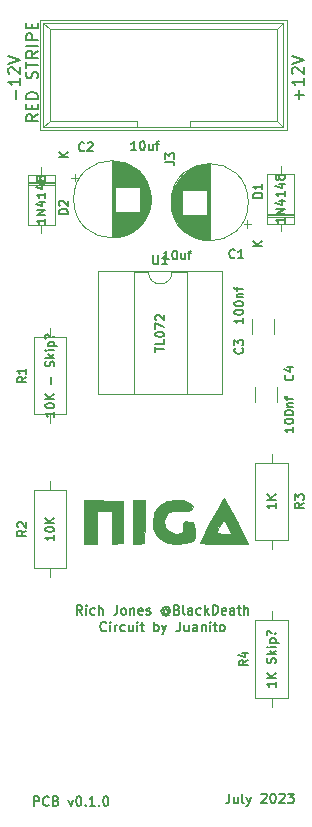
<source format=gbr>
%TF.GenerationSoftware,KiCad,Pcbnew,(5.1.12-1-10_14)*%
%TF.CreationDate,2023-08-05T21:53:33+02:00*%
%TF.ProjectId,niga,6e696761-2e6b-4696-9361-645f70636258,rev?*%
%TF.SameCoordinates,Original*%
%TF.FileFunction,Legend,Top*%
%TF.FilePolarity,Positive*%
%FSLAX46Y46*%
G04 Gerber Fmt 4.6, Leading zero omitted, Abs format (unit mm)*
G04 Created by KiCad (PCBNEW (5.1.12-1-10_14)) date 2023-08-05 21:53:33*
%MOMM*%
%LPD*%
G01*
G04 APERTURE LIST*
%ADD10C,0.200000*%
%ADD11C,0.010000*%
%ADD12C,0.120000*%
%ADD13C,0.150000*%
G04 APERTURE END LIST*
D10*
X201857142Y-117361904D02*
X201857142Y-116561904D01*
X202161904Y-116561904D01*
X202238095Y-116600000D01*
X202276190Y-116638095D01*
X202314285Y-116714285D01*
X202314285Y-116828571D01*
X202276190Y-116904761D01*
X202238095Y-116942857D01*
X202161904Y-116980952D01*
X201857142Y-116980952D01*
X203114285Y-117285714D02*
X203076190Y-117323809D01*
X202961904Y-117361904D01*
X202885714Y-117361904D01*
X202771428Y-117323809D01*
X202695238Y-117247619D01*
X202657142Y-117171428D01*
X202619047Y-117019047D01*
X202619047Y-116904761D01*
X202657142Y-116752380D01*
X202695238Y-116676190D01*
X202771428Y-116600000D01*
X202885714Y-116561904D01*
X202961904Y-116561904D01*
X203076190Y-116600000D01*
X203114285Y-116638095D01*
X203723809Y-116942857D02*
X203838095Y-116980952D01*
X203876190Y-117019047D01*
X203914285Y-117095238D01*
X203914285Y-117209523D01*
X203876190Y-117285714D01*
X203838095Y-117323809D01*
X203761904Y-117361904D01*
X203457142Y-117361904D01*
X203457142Y-116561904D01*
X203723809Y-116561904D01*
X203800000Y-116600000D01*
X203838095Y-116638095D01*
X203876190Y-116714285D01*
X203876190Y-116790476D01*
X203838095Y-116866666D01*
X203800000Y-116904761D01*
X203723809Y-116942857D01*
X203457142Y-116942857D01*
X204790476Y-116828571D02*
X204980952Y-117361904D01*
X205171428Y-116828571D01*
X205628571Y-116561904D02*
X205704761Y-116561904D01*
X205780952Y-116600000D01*
X205819047Y-116638095D01*
X205857142Y-116714285D01*
X205895238Y-116866666D01*
X205895238Y-117057142D01*
X205857142Y-117209523D01*
X205819047Y-117285714D01*
X205780952Y-117323809D01*
X205704761Y-117361904D01*
X205628571Y-117361904D01*
X205552380Y-117323809D01*
X205514285Y-117285714D01*
X205476190Y-117209523D01*
X205438095Y-117057142D01*
X205438095Y-116866666D01*
X205476190Y-116714285D01*
X205514285Y-116638095D01*
X205552380Y-116600000D01*
X205628571Y-116561904D01*
X206238095Y-117285714D02*
X206276190Y-117323809D01*
X206238095Y-117361904D01*
X206200000Y-117323809D01*
X206238095Y-117285714D01*
X206238095Y-117361904D01*
X207038095Y-117361904D02*
X206580952Y-117361904D01*
X206809523Y-117361904D02*
X206809523Y-116561904D01*
X206733333Y-116676190D01*
X206657142Y-116752380D01*
X206580952Y-116790476D01*
X207380952Y-117285714D02*
X207419047Y-117323809D01*
X207380952Y-117361904D01*
X207342857Y-117323809D01*
X207380952Y-117285714D01*
X207380952Y-117361904D01*
X207914285Y-116561904D02*
X207990476Y-116561904D01*
X208066666Y-116600000D01*
X208104761Y-116638095D01*
X208142857Y-116714285D01*
X208180952Y-116866666D01*
X208180952Y-117057142D01*
X208142857Y-117209523D01*
X208104761Y-117285714D01*
X208066666Y-117323809D01*
X207990476Y-117361904D01*
X207914285Y-117361904D01*
X207838095Y-117323809D01*
X207800000Y-117285714D01*
X207761904Y-117209523D01*
X207723809Y-117057142D01*
X207723809Y-116866666D01*
X207761904Y-116714285D01*
X207800000Y-116638095D01*
X207838095Y-116600000D01*
X207914285Y-116561904D01*
X218409523Y-116311904D02*
X218409523Y-116883333D01*
X218371428Y-116997619D01*
X218295238Y-117073809D01*
X218180952Y-117111904D01*
X218104761Y-117111904D01*
X219133333Y-116578571D02*
X219133333Y-117111904D01*
X218790476Y-116578571D02*
X218790476Y-116997619D01*
X218828571Y-117073809D01*
X218904761Y-117111904D01*
X219019047Y-117111904D01*
X219095238Y-117073809D01*
X219133333Y-117035714D01*
X219628571Y-117111904D02*
X219552380Y-117073809D01*
X219514285Y-116997619D01*
X219514285Y-116311904D01*
X219857142Y-116578571D02*
X220047619Y-117111904D01*
X220238095Y-116578571D02*
X220047619Y-117111904D01*
X219971428Y-117302380D01*
X219933333Y-117340476D01*
X219857142Y-117378571D01*
X221114285Y-116388095D02*
X221152380Y-116350000D01*
X221228571Y-116311904D01*
X221419047Y-116311904D01*
X221495238Y-116350000D01*
X221533333Y-116388095D01*
X221571428Y-116464285D01*
X221571428Y-116540476D01*
X221533333Y-116654761D01*
X221076190Y-117111904D01*
X221571428Y-117111904D01*
X222066666Y-116311904D02*
X222142857Y-116311904D01*
X222219047Y-116350000D01*
X222257142Y-116388095D01*
X222295238Y-116464285D01*
X222333333Y-116616666D01*
X222333333Y-116807142D01*
X222295238Y-116959523D01*
X222257142Y-117035714D01*
X222219047Y-117073809D01*
X222142857Y-117111904D01*
X222066666Y-117111904D01*
X221990476Y-117073809D01*
X221952380Y-117035714D01*
X221914285Y-116959523D01*
X221876190Y-116807142D01*
X221876190Y-116616666D01*
X221914285Y-116464285D01*
X221952380Y-116388095D01*
X221990476Y-116350000D01*
X222066666Y-116311904D01*
X222638095Y-116388095D02*
X222676190Y-116350000D01*
X222752380Y-116311904D01*
X222942857Y-116311904D01*
X223019047Y-116350000D01*
X223057142Y-116388095D01*
X223095238Y-116464285D01*
X223095238Y-116540476D01*
X223057142Y-116654761D01*
X222600000Y-117111904D01*
X223095238Y-117111904D01*
X223361904Y-116311904D02*
X223857142Y-116311904D01*
X223590476Y-116616666D01*
X223704761Y-116616666D01*
X223780952Y-116654761D01*
X223819047Y-116692857D01*
X223857142Y-116769047D01*
X223857142Y-116959523D01*
X223819047Y-117035714D01*
X223780952Y-117073809D01*
X223704761Y-117111904D01*
X223476190Y-117111904D01*
X223400000Y-117073809D01*
X223361904Y-117035714D01*
X205950000Y-101161904D02*
X205683333Y-100780952D01*
X205492857Y-101161904D02*
X205492857Y-100361904D01*
X205797619Y-100361904D01*
X205873809Y-100400000D01*
X205911904Y-100438095D01*
X205950000Y-100514285D01*
X205950000Y-100628571D01*
X205911904Y-100704761D01*
X205873809Y-100742857D01*
X205797619Y-100780952D01*
X205492857Y-100780952D01*
X206292857Y-101161904D02*
X206292857Y-100628571D01*
X206292857Y-100361904D02*
X206254761Y-100400000D01*
X206292857Y-100438095D01*
X206330952Y-100400000D01*
X206292857Y-100361904D01*
X206292857Y-100438095D01*
X207016666Y-101123809D02*
X206940476Y-101161904D01*
X206788095Y-101161904D01*
X206711904Y-101123809D01*
X206673809Y-101085714D01*
X206635714Y-101009523D01*
X206635714Y-100780952D01*
X206673809Y-100704761D01*
X206711904Y-100666666D01*
X206788095Y-100628571D01*
X206940476Y-100628571D01*
X207016666Y-100666666D01*
X207359523Y-101161904D02*
X207359523Y-100361904D01*
X207702380Y-101161904D02*
X207702380Y-100742857D01*
X207664285Y-100666666D01*
X207588095Y-100628571D01*
X207473809Y-100628571D01*
X207397619Y-100666666D01*
X207359523Y-100704761D01*
X208921428Y-100361904D02*
X208921428Y-100933333D01*
X208883333Y-101047619D01*
X208807142Y-101123809D01*
X208692857Y-101161904D01*
X208616666Y-101161904D01*
X209416666Y-101161904D02*
X209340476Y-101123809D01*
X209302380Y-101085714D01*
X209264285Y-101009523D01*
X209264285Y-100780952D01*
X209302380Y-100704761D01*
X209340476Y-100666666D01*
X209416666Y-100628571D01*
X209530952Y-100628571D01*
X209607142Y-100666666D01*
X209645238Y-100704761D01*
X209683333Y-100780952D01*
X209683333Y-101009523D01*
X209645238Y-101085714D01*
X209607142Y-101123809D01*
X209530952Y-101161904D01*
X209416666Y-101161904D01*
X210026190Y-100628571D02*
X210026190Y-101161904D01*
X210026190Y-100704761D02*
X210064285Y-100666666D01*
X210140476Y-100628571D01*
X210254761Y-100628571D01*
X210330952Y-100666666D01*
X210369047Y-100742857D01*
X210369047Y-101161904D01*
X211054761Y-101123809D02*
X210978571Y-101161904D01*
X210826190Y-101161904D01*
X210750000Y-101123809D01*
X210711904Y-101047619D01*
X210711904Y-100742857D01*
X210750000Y-100666666D01*
X210826190Y-100628571D01*
X210978571Y-100628571D01*
X211054761Y-100666666D01*
X211092857Y-100742857D01*
X211092857Y-100819047D01*
X210711904Y-100895238D01*
X211397619Y-101123809D02*
X211473809Y-101161904D01*
X211626190Y-101161904D01*
X211702380Y-101123809D01*
X211740476Y-101047619D01*
X211740476Y-101009523D01*
X211702380Y-100933333D01*
X211626190Y-100895238D01*
X211511904Y-100895238D01*
X211435714Y-100857142D01*
X211397619Y-100780952D01*
X211397619Y-100742857D01*
X211435714Y-100666666D01*
X211511904Y-100628571D01*
X211626190Y-100628571D01*
X211702380Y-100666666D01*
X213188095Y-100780952D02*
X213150000Y-100742857D01*
X213073809Y-100704761D01*
X212997619Y-100704761D01*
X212921428Y-100742857D01*
X212883333Y-100780952D01*
X212845238Y-100857142D01*
X212845238Y-100933333D01*
X212883333Y-101009523D01*
X212921428Y-101047619D01*
X212997619Y-101085714D01*
X213073809Y-101085714D01*
X213150000Y-101047619D01*
X213188095Y-101009523D01*
X213188095Y-100704761D02*
X213188095Y-101009523D01*
X213226190Y-101047619D01*
X213264285Y-101047619D01*
X213340476Y-101009523D01*
X213378571Y-100933333D01*
X213378571Y-100742857D01*
X213302380Y-100628571D01*
X213188095Y-100552380D01*
X213035714Y-100514285D01*
X212883333Y-100552380D01*
X212769047Y-100628571D01*
X212692857Y-100742857D01*
X212654761Y-100895238D01*
X212692857Y-101047619D01*
X212769047Y-101161904D01*
X212883333Y-101238095D01*
X213035714Y-101276190D01*
X213188095Y-101238095D01*
X213302380Y-101161904D01*
X213988095Y-100742857D02*
X214102380Y-100780952D01*
X214140476Y-100819047D01*
X214178571Y-100895238D01*
X214178571Y-101009523D01*
X214140476Y-101085714D01*
X214102380Y-101123809D01*
X214026190Y-101161904D01*
X213721428Y-101161904D01*
X213721428Y-100361904D01*
X213988095Y-100361904D01*
X214064285Y-100400000D01*
X214102380Y-100438095D01*
X214140476Y-100514285D01*
X214140476Y-100590476D01*
X214102380Y-100666666D01*
X214064285Y-100704761D01*
X213988095Y-100742857D01*
X213721428Y-100742857D01*
X214635714Y-101161904D02*
X214559523Y-101123809D01*
X214521428Y-101047619D01*
X214521428Y-100361904D01*
X215283333Y-101161904D02*
X215283333Y-100742857D01*
X215245238Y-100666666D01*
X215169047Y-100628571D01*
X215016666Y-100628571D01*
X214940476Y-100666666D01*
X215283333Y-101123809D02*
X215207142Y-101161904D01*
X215016666Y-101161904D01*
X214940476Y-101123809D01*
X214902380Y-101047619D01*
X214902380Y-100971428D01*
X214940476Y-100895238D01*
X215016666Y-100857142D01*
X215207142Y-100857142D01*
X215283333Y-100819047D01*
X216007142Y-101123809D02*
X215930952Y-101161904D01*
X215778571Y-101161904D01*
X215702380Y-101123809D01*
X215664285Y-101085714D01*
X215626190Y-101009523D01*
X215626190Y-100780952D01*
X215664285Y-100704761D01*
X215702380Y-100666666D01*
X215778571Y-100628571D01*
X215930952Y-100628571D01*
X216007142Y-100666666D01*
X216350000Y-101161904D02*
X216350000Y-100361904D01*
X216426190Y-100857142D02*
X216654761Y-101161904D01*
X216654761Y-100628571D02*
X216350000Y-100933333D01*
X216997619Y-101161904D02*
X216997619Y-100361904D01*
X217188095Y-100361904D01*
X217302380Y-100400000D01*
X217378571Y-100476190D01*
X217416666Y-100552380D01*
X217454761Y-100704761D01*
X217454761Y-100819047D01*
X217416666Y-100971428D01*
X217378571Y-101047619D01*
X217302380Y-101123809D01*
X217188095Y-101161904D01*
X216997619Y-101161904D01*
X218102380Y-101123809D02*
X218026190Y-101161904D01*
X217873809Y-101161904D01*
X217797619Y-101123809D01*
X217759523Y-101047619D01*
X217759523Y-100742857D01*
X217797619Y-100666666D01*
X217873809Y-100628571D01*
X218026190Y-100628571D01*
X218102380Y-100666666D01*
X218140476Y-100742857D01*
X218140476Y-100819047D01*
X217759523Y-100895238D01*
X218826190Y-101161904D02*
X218826190Y-100742857D01*
X218788095Y-100666666D01*
X218711904Y-100628571D01*
X218559523Y-100628571D01*
X218483333Y-100666666D01*
X218826190Y-101123809D02*
X218750000Y-101161904D01*
X218559523Y-101161904D01*
X218483333Y-101123809D01*
X218445238Y-101047619D01*
X218445238Y-100971428D01*
X218483333Y-100895238D01*
X218559523Y-100857142D01*
X218750000Y-100857142D01*
X218826190Y-100819047D01*
X219092857Y-100628571D02*
X219397619Y-100628571D01*
X219207142Y-100361904D02*
X219207142Y-101047619D01*
X219245238Y-101123809D01*
X219321428Y-101161904D01*
X219397619Y-101161904D01*
X219664285Y-101161904D02*
X219664285Y-100361904D01*
X220007142Y-101161904D02*
X220007142Y-100742857D01*
X219969047Y-100666666D01*
X219892857Y-100628571D01*
X219778571Y-100628571D01*
X219702380Y-100666666D01*
X219664285Y-100704761D01*
X207988095Y-102485714D02*
X207950000Y-102523809D01*
X207835714Y-102561904D01*
X207759523Y-102561904D01*
X207645238Y-102523809D01*
X207569047Y-102447619D01*
X207530952Y-102371428D01*
X207492857Y-102219047D01*
X207492857Y-102104761D01*
X207530952Y-101952380D01*
X207569047Y-101876190D01*
X207645238Y-101800000D01*
X207759523Y-101761904D01*
X207835714Y-101761904D01*
X207950000Y-101800000D01*
X207988095Y-101838095D01*
X208330952Y-102561904D02*
X208330952Y-102028571D01*
X208330952Y-101761904D02*
X208292857Y-101800000D01*
X208330952Y-101838095D01*
X208369047Y-101800000D01*
X208330952Y-101761904D01*
X208330952Y-101838095D01*
X208711904Y-102561904D02*
X208711904Y-102028571D01*
X208711904Y-102180952D02*
X208750000Y-102104761D01*
X208788095Y-102066666D01*
X208864285Y-102028571D01*
X208940476Y-102028571D01*
X209550000Y-102523809D02*
X209473809Y-102561904D01*
X209321428Y-102561904D01*
X209245238Y-102523809D01*
X209207142Y-102485714D01*
X209169047Y-102409523D01*
X209169047Y-102180952D01*
X209207142Y-102104761D01*
X209245238Y-102066666D01*
X209321428Y-102028571D01*
X209473809Y-102028571D01*
X209550000Y-102066666D01*
X210235714Y-102028571D02*
X210235714Y-102561904D01*
X209892857Y-102028571D02*
X209892857Y-102447619D01*
X209930952Y-102523809D01*
X210007142Y-102561904D01*
X210121428Y-102561904D01*
X210197619Y-102523809D01*
X210235714Y-102485714D01*
X210616666Y-102561904D02*
X210616666Y-102028571D01*
X210616666Y-101761904D02*
X210578571Y-101800000D01*
X210616666Y-101838095D01*
X210654761Y-101800000D01*
X210616666Y-101761904D01*
X210616666Y-101838095D01*
X210883333Y-102028571D02*
X211188095Y-102028571D01*
X210997619Y-101761904D02*
X210997619Y-102447619D01*
X211035714Y-102523809D01*
X211111904Y-102561904D01*
X211188095Y-102561904D01*
X212064285Y-102561904D02*
X212064285Y-101761904D01*
X212064285Y-102066666D02*
X212140476Y-102028571D01*
X212292857Y-102028571D01*
X212369047Y-102066666D01*
X212407142Y-102104761D01*
X212445238Y-102180952D01*
X212445238Y-102409523D01*
X212407142Y-102485714D01*
X212369047Y-102523809D01*
X212292857Y-102561904D01*
X212140476Y-102561904D01*
X212064285Y-102523809D01*
X212711904Y-102028571D02*
X212902380Y-102561904D01*
X213092857Y-102028571D02*
X212902380Y-102561904D01*
X212826190Y-102752380D01*
X212788095Y-102790476D01*
X212711904Y-102828571D01*
X214235714Y-101761904D02*
X214235714Y-102333333D01*
X214197619Y-102447619D01*
X214121428Y-102523809D01*
X214007142Y-102561904D01*
X213930952Y-102561904D01*
X214959523Y-102028571D02*
X214959523Y-102561904D01*
X214616666Y-102028571D02*
X214616666Y-102447619D01*
X214654761Y-102523809D01*
X214730952Y-102561904D01*
X214845238Y-102561904D01*
X214921428Y-102523809D01*
X214959523Y-102485714D01*
X215683333Y-102561904D02*
X215683333Y-102142857D01*
X215645238Y-102066666D01*
X215569047Y-102028571D01*
X215416666Y-102028571D01*
X215340476Y-102066666D01*
X215683333Y-102523809D02*
X215607142Y-102561904D01*
X215416666Y-102561904D01*
X215340476Y-102523809D01*
X215302380Y-102447619D01*
X215302380Y-102371428D01*
X215340476Y-102295238D01*
X215416666Y-102257142D01*
X215607142Y-102257142D01*
X215683333Y-102219047D01*
X216064285Y-102028571D02*
X216064285Y-102561904D01*
X216064285Y-102104761D02*
X216102380Y-102066666D01*
X216178571Y-102028571D01*
X216292857Y-102028571D01*
X216369047Y-102066666D01*
X216407142Y-102142857D01*
X216407142Y-102561904D01*
X216788095Y-102561904D02*
X216788095Y-102028571D01*
X216788095Y-101761904D02*
X216750000Y-101800000D01*
X216788095Y-101838095D01*
X216826190Y-101800000D01*
X216788095Y-101761904D01*
X216788095Y-101838095D01*
X217054761Y-102028571D02*
X217359523Y-102028571D01*
X217169047Y-101761904D02*
X217169047Y-102447619D01*
X217207142Y-102523809D01*
X217283333Y-102561904D01*
X217359523Y-102561904D01*
X217740476Y-102561904D02*
X217664285Y-102523809D01*
X217626190Y-102485714D01*
X217588095Y-102409523D01*
X217588095Y-102180952D01*
X217626190Y-102104761D01*
X217664285Y-102066666D01*
X217740476Y-102028571D01*
X217854761Y-102028571D01*
X217930952Y-102066666D01*
X217969047Y-102104761D01*
X218007142Y-102180952D01*
X218007142Y-102409523D01*
X217969047Y-102485714D01*
X217930952Y-102523809D01*
X217854761Y-102561904D01*
X217740476Y-102561904D01*
D11*
%TO.C,G\u002A\u002A\u002A*%
G36*
X218064736Y-91445387D02*
G01*
X218295871Y-91852454D01*
X218617291Y-92456404D01*
X218995757Y-93196289D01*
X219022727Y-93250000D01*
X220002618Y-95203847D01*
X217943675Y-95203847D01*
X217143361Y-95193176D01*
X216499024Y-95164148D01*
X216077768Y-95121236D01*
X215945738Y-95070630D01*
X216162103Y-94622075D01*
X216366834Y-94218103D01*
X217335314Y-94218103D01*
X217491741Y-94282482D01*
X217876667Y-94314835D01*
X217961554Y-94315735D01*
X218587794Y-94315735D01*
X218294209Y-93738462D01*
X218087866Y-93343549D01*
X217957802Y-93114448D01*
X217947500Y-93100277D01*
X217847019Y-93196975D01*
X217667612Y-93487620D01*
X217479610Y-93843791D01*
X217353343Y-94137067D01*
X217335314Y-94218103D01*
X216366834Y-94218103D01*
X216465325Y-94023765D01*
X216816757Y-93348219D01*
X217177754Y-92667961D01*
X217509668Y-92055513D01*
X217773852Y-91583397D01*
X217931662Y-91324135D01*
X217957128Y-91296154D01*
X218064736Y-91445387D01*
G37*
X218064736Y-91445387D02*
X218295871Y-91852454D01*
X218617291Y-92456404D01*
X218995757Y-93196289D01*
X219022727Y-93250000D01*
X220002618Y-95203847D01*
X217943675Y-95203847D01*
X217143361Y-95193176D01*
X216499024Y-95164148D01*
X216077768Y-95121236D01*
X215945738Y-95070630D01*
X216162103Y-94622075D01*
X216366834Y-94218103D01*
X217335314Y-94218103D01*
X217491741Y-94282482D01*
X217876667Y-94314835D01*
X217961554Y-94315735D01*
X218587794Y-94315735D01*
X218294209Y-93738462D01*
X218087866Y-93343549D01*
X217957802Y-93114448D01*
X217947500Y-93100277D01*
X217847019Y-93196975D01*
X217667612Y-93487620D01*
X217479610Y-93843791D01*
X217353343Y-94137067D01*
X217335314Y-94218103D01*
X216366834Y-94218103D01*
X216465325Y-94023765D01*
X216816757Y-93348219D01*
X217177754Y-92667961D01*
X217509668Y-92055513D01*
X217773852Y-91583397D01*
X217931662Y-91324135D01*
X217957128Y-91296154D01*
X218064736Y-91445387D01*
G36*
X214470668Y-91490870D02*
G01*
X215074101Y-91689195D01*
X215326899Y-91939075D01*
X215230053Y-92241494D01*
X215228513Y-92243355D01*
X214935404Y-92403804D01*
X214400373Y-92421611D01*
X214195972Y-92402292D01*
X213643790Y-92372299D01*
X213317278Y-92458397D01*
X213133568Y-92636058D01*
X212901924Y-93193684D01*
X212974279Y-93717743D01*
X213306323Y-94119592D01*
X213853749Y-94310588D01*
X213973176Y-94315735D01*
X214339192Y-94271719D01*
X214476253Y-94064866D01*
X214493356Y-93771069D01*
X214529872Y-93393973D01*
X214705911Y-93270150D01*
X214981818Y-93282608D01*
X215300191Y-93361953D01*
X215454774Y-93574214D01*
X215520784Y-94027552D01*
X215523313Y-94061265D01*
X215526872Y-94546587D01*
X215405307Y-94815495D01*
X215115305Y-94993782D01*
X214641871Y-95127213D01*
X214033746Y-95199564D01*
X213866123Y-95203847D01*
X213230203Y-95133815D01*
X212721884Y-94870949D01*
X212497907Y-94685550D01*
X212117118Y-94282741D01*
X211950775Y-93872394D01*
X211917832Y-93367692D01*
X212071968Y-92571196D01*
X212497075Y-91954831D01*
X213137197Y-91559733D01*
X213936380Y-91427040D01*
X214470668Y-91490870D01*
G37*
X214470668Y-91490870D02*
X215074101Y-91689195D01*
X215326899Y-91939075D01*
X215230053Y-92241494D01*
X215228513Y-92243355D01*
X214935404Y-92403804D01*
X214400373Y-92421611D01*
X214195972Y-92402292D01*
X213643790Y-92372299D01*
X213317278Y-92458397D01*
X213133568Y-92636058D01*
X212901924Y-93193684D01*
X212974279Y-93717743D01*
X213306323Y-94119592D01*
X213853749Y-94310588D01*
X213973176Y-94315735D01*
X214339192Y-94271719D01*
X214476253Y-94064866D01*
X214493356Y-93771069D01*
X214529872Y-93393973D01*
X214705911Y-93270150D01*
X214981818Y-93282608D01*
X215300191Y-93361953D01*
X215454774Y-93574214D01*
X215520784Y-94027552D01*
X215523313Y-94061265D01*
X215526872Y-94546587D01*
X215405307Y-94815495D01*
X215115305Y-94993782D01*
X214641871Y-95127213D01*
X214033746Y-95199564D01*
X213866123Y-95203847D01*
X213230203Y-95133815D01*
X212721884Y-94870949D01*
X212497907Y-94685550D01*
X212117118Y-94282741D01*
X211950775Y-93872394D01*
X211917832Y-93367692D01*
X212071968Y-92571196D01*
X212497075Y-91954831D01*
X213137197Y-91559733D01*
X213936380Y-91427040D01*
X214470668Y-91490870D01*
G36*
X211257962Y-93294406D02*
G01*
X211207342Y-95115035D01*
X210718881Y-95171239D01*
X210230419Y-95227443D01*
X210230419Y-91473777D01*
X211308581Y-91473777D01*
X211257962Y-93294406D01*
G37*
X211257962Y-93294406D02*
X211207342Y-95115035D01*
X210718881Y-95171239D01*
X210230419Y-95227443D01*
X210230419Y-91473777D01*
X211308581Y-91473777D01*
X211257962Y-93294406D01*
G36*
X209431119Y-91562588D02*
G01*
X209431119Y-95115035D01*
X208454195Y-95227443D01*
X208454195Y-92361889D01*
X207210839Y-92361889D01*
X207210839Y-95203847D01*
X206145105Y-95203847D01*
X206145105Y-91460446D01*
X209431119Y-91562588D01*
G37*
X209431119Y-91562588D02*
X209431119Y-95115035D01*
X208454195Y-95227443D01*
X208454195Y-92361889D01*
X207210839Y-92361889D01*
X207210839Y-95203847D01*
X206145105Y-95203847D01*
X206145105Y-91460446D01*
X209431119Y-91562588D01*
D12*
%TO.C,C1*%
X219935241Y-68404000D02*
X219935241Y-67774000D01*
X220250241Y-68089000D02*
X219620241Y-68089000D01*
X213509000Y-66652000D02*
X213509000Y-65848000D01*
X213549000Y-66883000D02*
X213549000Y-65617000D01*
X213589000Y-67052000D02*
X213589000Y-65448000D01*
X213629000Y-67190000D02*
X213629000Y-65310000D01*
X213669000Y-67309000D02*
X213669000Y-65191000D01*
X213709000Y-67415000D02*
X213709000Y-65085000D01*
X213749000Y-67512000D02*
X213749000Y-64988000D01*
X213789000Y-67600000D02*
X213789000Y-64900000D01*
X213829000Y-67682000D02*
X213829000Y-64818000D01*
X213869000Y-67759000D02*
X213869000Y-64741000D01*
X213909000Y-67831000D02*
X213909000Y-64669000D01*
X213949000Y-67900000D02*
X213949000Y-64600000D01*
X213989000Y-67964000D02*
X213989000Y-64536000D01*
X214029000Y-68026000D02*
X214029000Y-64474000D01*
X214069000Y-68084000D02*
X214069000Y-64416000D01*
X214109000Y-68140000D02*
X214109000Y-64360000D01*
X214149000Y-68194000D02*
X214149000Y-64306000D01*
X214189000Y-68245000D02*
X214189000Y-64255000D01*
X214229000Y-68294000D02*
X214229000Y-64206000D01*
X214269000Y-68342000D02*
X214269000Y-64158000D01*
X214309000Y-68387000D02*
X214309000Y-64113000D01*
X214349000Y-68432000D02*
X214349000Y-64068000D01*
X214389000Y-68474000D02*
X214389000Y-64026000D01*
X214429000Y-68515000D02*
X214429000Y-63985000D01*
X214469000Y-65210000D02*
X214469000Y-63945000D01*
X214469000Y-68555000D02*
X214469000Y-67290000D01*
X214509000Y-65210000D02*
X214509000Y-63907000D01*
X214509000Y-68593000D02*
X214509000Y-67290000D01*
X214549000Y-65210000D02*
X214549000Y-63870000D01*
X214549000Y-68630000D02*
X214549000Y-67290000D01*
X214589000Y-65210000D02*
X214589000Y-63834000D01*
X214589000Y-68666000D02*
X214589000Y-67290000D01*
X214629000Y-65210000D02*
X214629000Y-63800000D01*
X214629000Y-68700000D02*
X214629000Y-67290000D01*
X214669000Y-65210000D02*
X214669000Y-63766000D01*
X214669000Y-68734000D02*
X214669000Y-67290000D01*
X214709000Y-65210000D02*
X214709000Y-63734000D01*
X214709000Y-68766000D02*
X214709000Y-67290000D01*
X214749000Y-65210000D02*
X214749000Y-63702000D01*
X214749000Y-68798000D02*
X214749000Y-67290000D01*
X214789000Y-65210000D02*
X214789000Y-63672000D01*
X214789000Y-68828000D02*
X214789000Y-67290000D01*
X214829000Y-65210000D02*
X214829000Y-63643000D01*
X214829000Y-68857000D02*
X214829000Y-67290000D01*
X214869000Y-65210000D02*
X214869000Y-63614000D01*
X214869000Y-68886000D02*
X214869000Y-67290000D01*
X214909000Y-65210000D02*
X214909000Y-63586000D01*
X214909000Y-68914000D02*
X214909000Y-67290000D01*
X214949000Y-65210000D02*
X214949000Y-63560000D01*
X214949000Y-68940000D02*
X214949000Y-67290000D01*
X214989000Y-65210000D02*
X214989000Y-63534000D01*
X214989000Y-68966000D02*
X214989000Y-67290000D01*
X215029000Y-65210000D02*
X215029000Y-63508000D01*
X215029000Y-68992000D02*
X215029000Y-67290000D01*
X215069000Y-65210000D02*
X215069000Y-63484000D01*
X215069000Y-69016000D02*
X215069000Y-67290000D01*
X215109000Y-65210000D02*
X215109000Y-63460000D01*
X215109000Y-69040000D02*
X215109000Y-67290000D01*
X215149000Y-65210000D02*
X215149000Y-63438000D01*
X215149000Y-69062000D02*
X215149000Y-67290000D01*
X215189000Y-65210000D02*
X215189000Y-63416000D01*
X215189000Y-69084000D02*
X215189000Y-67290000D01*
X215229000Y-65210000D02*
X215229000Y-63394000D01*
X215229000Y-69106000D02*
X215229000Y-67290000D01*
X215269000Y-65210000D02*
X215269000Y-63374000D01*
X215269000Y-69126000D02*
X215269000Y-67290000D01*
X215309000Y-65210000D02*
X215309000Y-63354000D01*
X215309000Y-69146000D02*
X215309000Y-67290000D01*
X215349000Y-65210000D02*
X215349000Y-63334000D01*
X215349000Y-69166000D02*
X215349000Y-67290000D01*
X215389000Y-65210000D02*
X215389000Y-63316000D01*
X215389000Y-69184000D02*
X215389000Y-67290000D01*
X215429000Y-65210000D02*
X215429000Y-63298000D01*
X215429000Y-69202000D02*
X215429000Y-67290000D01*
X215469000Y-65210000D02*
X215469000Y-63280000D01*
X215469000Y-69220000D02*
X215469000Y-67290000D01*
X215509000Y-65210000D02*
X215509000Y-63264000D01*
X215509000Y-69236000D02*
X215509000Y-67290000D01*
X215549000Y-65210000D02*
X215549000Y-63248000D01*
X215549000Y-69252000D02*
X215549000Y-67290000D01*
X215589000Y-65210000D02*
X215589000Y-63232000D01*
X215589000Y-69268000D02*
X215589000Y-67290000D01*
X215629000Y-65210000D02*
X215629000Y-63217000D01*
X215629000Y-69283000D02*
X215629000Y-67290000D01*
X215669000Y-65210000D02*
X215669000Y-63203000D01*
X215669000Y-69297000D02*
X215669000Y-67290000D01*
X215709000Y-65210000D02*
X215709000Y-63189000D01*
X215709000Y-69311000D02*
X215709000Y-67290000D01*
X215749000Y-65210000D02*
X215749000Y-63176000D01*
X215749000Y-69324000D02*
X215749000Y-67290000D01*
X215789000Y-65210000D02*
X215789000Y-63164000D01*
X215789000Y-69336000D02*
X215789000Y-67290000D01*
X215829000Y-65210000D02*
X215829000Y-63152000D01*
X215829000Y-69348000D02*
X215829000Y-67290000D01*
X215869000Y-65210000D02*
X215869000Y-63140000D01*
X215869000Y-69360000D02*
X215869000Y-67290000D01*
X215909000Y-65210000D02*
X215909000Y-63129000D01*
X215909000Y-69371000D02*
X215909000Y-67290000D01*
X215949000Y-65210000D02*
X215949000Y-63119000D01*
X215949000Y-69381000D02*
X215949000Y-67290000D01*
X215989000Y-65210000D02*
X215989000Y-63109000D01*
X215989000Y-69391000D02*
X215989000Y-67290000D01*
X216029000Y-65210000D02*
X216029000Y-63100000D01*
X216029000Y-69400000D02*
X216029000Y-67290000D01*
X216070000Y-65210000D02*
X216070000Y-63091000D01*
X216070000Y-69409000D02*
X216070000Y-67290000D01*
X216110000Y-65210000D02*
X216110000Y-63083000D01*
X216110000Y-69417000D02*
X216110000Y-67290000D01*
X216150000Y-65210000D02*
X216150000Y-63075000D01*
X216150000Y-69425000D02*
X216150000Y-67290000D01*
X216190000Y-65210000D02*
X216190000Y-63068000D01*
X216190000Y-69432000D02*
X216190000Y-67290000D01*
X216230000Y-65210000D02*
X216230000Y-63061000D01*
X216230000Y-69439000D02*
X216230000Y-67290000D01*
X216270000Y-65210000D02*
X216270000Y-63055000D01*
X216270000Y-69445000D02*
X216270000Y-67290000D01*
X216310000Y-65210000D02*
X216310000Y-63049000D01*
X216310000Y-69451000D02*
X216310000Y-67290000D01*
X216350000Y-65210000D02*
X216350000Y-63044000D01*
X216350000Y-69456000D02*
X216350000Y-67290000D01*
X216390000Y-65210000D02*
X216390000Y-63039000D01*
X216390000Y-69461000D02*
X216390000Y-67290000D01*
X216430000Y-65210000D02*
X216430000Y-63035000D01*
X216430000Y-69465000D02*
X216430000Y-67290000D01*
X216470000Y-65210000D02*
X216470000Y-63032000D01*
X216470000Y-69468000D02*
X216470000Y-67290000D01*
X216510000Y-65210000D02*
X216510000Y-63028000D01*
X216510000Y-69472000D02*
X216510000Y-67290000D01*
X216550000Y-69474000D02*
X216550000Y-63026000D01*
X216590000Y-69477000D02*
X216590000Y-63023000D01*
X216630000Y-69478000D02*
X216630000Y-63022000D01*
X216670000Y-69480000D02*
X216670000Y-63020000D01*
X216710000Y-69480000D02*
X216710000Y-63020000D01*
X216750000Y-69480000D02*
X216750000Y-63020000D01*
X220020000Y-66250000D02*
G75*
G03*
X220020000Y-66250000I-3270000J0D01*
G01*
%TO.C,C2*%
X211770000Y-66000000D02*
G75*
G03*
X211770000Y-66000000I-3270000J0D01*
G01*
X208500000Y-62770000D02*
X208500000Y-69230000D01*
X208540000Y-62770000D02*
X208540000Y-69230000D01*
X208580000Y-62770000D02*
X208580000Y-69230000D01*
X208620000Y-62772000D02*
X208620000Y-69228000D01*
X208660000Y-62773000D02*
X208660000Y-69227000D01*
X208700000Y-62776000D02*
X208700000Y-69224000D01*
X208740000Y-62778000D02*
X208740000Y-64960000D01*
X208740000Y-67040000D02*
X208740000Y-69222000D01*
X208780000Y-62782000D02*
X208780000Y-64960000D01*
X208780000Y-67040000D02*
X208780000Y-69218000D01*
X208820000Y-62785000D02*
X208820000Y-64960000D01*
X208820000Y-67040000D02*
X208820000Y-69215000D01*
X208860000Y-62789000D02*
X208860000Y-64960000D01*
X208860000Y-67040000D02*
X208860000Y-69211000D01*
X208900000Y-62794000D02*
X208900000Y-64960000D01*
X208900000Y-67040000D02*
X208900000Y-69206000D01*
X208940000Y-62799000D02*
X208940000Y-64960000D01*
X208940000Y-67040000D02*
X208940000Y-69201000D01*
X208980000Y-62805000D02*
X208980000Y-64960000D01*
X208980000Y-67040000D02*
X208980000Y-69195000D01*
X209020000Y-62811000D02*
X209020000Y-64960000D01*
X209020000Y-67040000D02*
X209020000Y-69189000D01*
X209060000Y-62818000D02*
X209060000Y-64960000D01*
X209060000Y-67040000D02*
X209060000Y-69182000D01*
X209100000Y-62825000D02*
X209100000Y-64960000D01*
X209100000Y-67040000D02*
X209100000Y-69175000D01*
X209140000Y-62833000D02*
X209140000Y-64960000D01*
X209140000Y-67040000D02*
X209140000Y-69167000D01*
X209180000Y-62841000D02*
X209180000Y-64960000D01*
X209180000Y-67040000D02*
X209180000Y-69159000D01*
X209221000Y-62850000D02*
X209221000Y-64960000D01*
X209221000Y-67040000D02*
X209221000Y-69150000D01*
X209261000Y-62859000D02*
X209261000Y-64960000D01*
X209261000Y-67040000D02*
X209261000Y-69141000D01*
X209301000Y-62869000D02*
X209301000Y-64960000D01*
X209301000Y-67040000D02*
X209301000Y-69131000D01*
X209341000Y-62879000D02*
X209341000Y-64960000D01*
X209341000Y-67040000D02*
X209341000Y-69121000D01*
X209381000Y-62890000D02*
X209381000Y-64960000D01*
X209381000Y-67040000D02*
X209381000Y-69110000D01*
X209421000Y-62902000D02*
X209421000Y-64960000D01*
X209421000Y-67040000D02*
X209421000Y-69098000D01*
X209461000Y-62914000D02*
X209461000Y-64960000D01*
X209461000Y-67040000D02*
X209461000Y-69086000D01*
X209501000Y-62926000D02*
X209501000Y-64960000D01*
X209501000Y-67040000D02*
X209501000Y-69074000D01*
X209541000Y-62939000D02*
X209541000Y-64960000D01*
X209541000Y-67040000D02*
X209541000Y-69061000D01*
X209581000Y-62953000D02*
X209581000Y-64960000D01*
X209581000Y-67040000D02*
X209581000Y-69047000D01*
X209621000Y-62967000D02*
X209621000Y-64960000D01*
X209621000Y-67040000D02*
X209621000Y-69033000D01*
X209661000Y-62982000D02*
X209661000Y-64960000D01*
X209661000Y-67040000D02*
X209661000Y-69018000D01*
X209701000Y-62998000D02*
X209701000Y-64960000D01*
X209701000Y-67040000D02*
X209701000Y-69002000D01*
X209741000Y-63014000D02*
X209741000Y-64960000D01*
X209741000Y-67040000D02*
X209741000Y-68986000D01*
X209781000Y-63030000D02*
X209781000Y-64960000D01*
X209781000Y-67040000D02*
X209781000Y-68970000D01*
X209821000Y-63048000D02*
X209821000Y-64960000D01*
X209821000Y-67040000D02*
X209821000Y-68952000D01*
X209861000Y-63066000D02*
X209861000Y-64960000D01*
X209861000Y-67040000D02*
X209861000Y-68934000D01*
X209901000Y-63084000D02*
X209901000Y-64960000D01*
X209901000Y-67040000D02*
X209901000Y-68916000D01*
X209941000Y-63104000D02*
X209941000Y-64960000D01*
X209941000Y-67040000D02*
X209941000Y-68896000D01*
X209981000Y-63124000D02*
X209981000Y-64960000D01*
X209981000Y-67040000D02*
X209981000Y-68876000D01*
X210021000Y-63144000D02*
X210021000Y-64960000D01*
X210021000Y-67040000D02*
X210021000Y-68856000D01*
X210061000Y-63166000D02*
X210061000Y-64960000D01*
X210061000Y-67040000D02*
X210061000Y-68834000D01*
X210101000Y-63188000D02*
X210101000Y-64960000D01*
X210101000Y-67040000D02*
X210101000Y-68812000D01*
X210141000Y-63210000D02*
X210141000Y-64960000D01*
X210141000Y-67040000D02*
X210141000Y-68790000D01*
X210181000Y-63234000D02*
X210181000Y-64960000D01*
X210181000Y-67040000D02*
X210181000Y-68766000D01*
X210221000Y-63258000D02*
X210221000Y-64960000D01*
X210221000Y-67040000D02*
X210221000Y-68742000D01*
X210261000Y-63284000D02*
X210261000Y-64960000D01*
X210261000Y-67040000D02*
X210261000Y-68716000D01*
X210301000Y-63310000D02*
X210301000Y-64960000D01*
X210301000Y-67040000D02*
X210301000Y-68690000D01*
X210341000Y-63336000D02*
X210341000Y-64960000D01*
X210341000Y-67040000D02*
X210341000Y-68664000D01*
X210381000Y-63364000D02*
X210381000Y-64960000D01*
X210381000Y-67040000D02*
X210381000Y-68636000D01*
X210421000Y-63393000D02*
X210421000Y-64960000D01*
X210421000Y-67040000D02*
X210421000Y-68607000D01*
X210461000Y-63422000D02*
X210461000Y-64960000D01*
X210461000Y-67040000D02*
X210461000Y-68578000D01*
X210501000Y-63452000D02*
X210501000Y-64960000D01*
X210501000Y-67040000D02*
X210501000Y-68548000D01*
X210541000Y-63484000D02*
X210541000Y-64960000D01*
X210541000Y-67040000D02*
X210541000Y-68516000D01*
X210581000Y-63516000D02*
X210581000Y-64960000D01*
X210581000Y-67040000D02*
X210581000Y-68484000D01*
X210621000Y-63550000D02*
X210621000Y-64960000D01*
X210621000Y-67040000D02*
X210621000Y-68450000D01*
X210661000Y-63584000D02*
X210661000Y-64960000D01*
X210661000Y-67040000D02*
X210661000Y-68416000D01*
X210701000Y-63620000D02*
X210701000Y-64960000D01*
X210701000Y-67040000D02*
X210701000Y-68380000D01*
X210741000Y-63657000D02*
X210741000Y-64960000D01*
X210741000Y-67040000D02*
X210741000Y-68343000D01*
X210781000Y-63695000D02*
X210781000Y-64960000D01*
X210781000Y-67040000D02*
X210781000Y-68305000D01*
X210821000Y-63735000D02*
X210821000Y-68265000D01*
X210861000Y-63776000D02*
X210861000Y-68224000D01*
X210901000Y-63818000D02*
X210901000Y-68182000D01*
X210941000Y-63863000D02*
X210941000Y-68137000D01*
X210981000Y-63908000D02*
X210981000Y-68092000D01*
X211021000Y-63956000D02*
X211021000Y-68044000D01*
X211061000Y-64005000D02*
X211061000Y-67995000D01*
X211101000Y-64056000D02*
X211101000Y-67944000D01*
X211141000Y-64110000D02*
X211141000Y-67890000D01*
X211181000Y-64166000D02*
X211181000Y-67834000D01*
X211221000Y-64224000D02*
X211221000Y-67776000D01*
X211261000Y-64286000D02*
X211261000Y-67714000D01*
X211301000Y-64350000D02*
X211301000Y-67650000D01*
X211341000Y-64419000D02*
X211341000Y-67581000D01*
X211381000Y-64491000D02*
X211381000Y-67509000D01*
X211421000Y-64568000D02*
X211421000Y-67432000D01*
X211461000Y-64650000D02*
X211461000Y-67350000D01*
X211501000Y-64738000D02*
X211501000Y-67262000D01*
X211541000Y-64835000D02*
X211541000Y-67165000D01*
X211581000Y-64941000D02*
X211581000Y-67059000D01*
X211621000Y-65060000D02*
X211621000Y-66940000D01*
X211661000Y-65198000D02*
X211661000Y-66802000D01*
X211701000Y-65367000D02*
X211701000Y-66633000D01*
X211741000Y-65598000D02*
X211741000Y-66402000D01*
X204999759Y-64161000D02*
X205629759Y-64161000D01*
X205314759Y-63846000D02*
X205314759Y-64476000D01*
%TO.C,C3*%
X222170000Y-77379000D02*
X222170000Y-76121000D01*
X220330000Y-77379000D02*
X220330000Y-76121000D01*
%TO.C,C4*%
X222420000Y-81871000D02*
X222420000Y-83129000D01*
X220580000Y-81871000D02*
X220580000Y-83129000D01*
%TO.C,D1*%
X221630000Y-68060000D02*
X223870000Y-68060000D01*
X223870000Y-68060000D02*
X223870000Y-63820000D01*
X223870000Y-63820000D02*
X221630000Y-63820000D01*
X221630000Y-63820000D02*
X221630000Y-68060000D01*
X222750000Y-68710000D02*
X222750000Y-68060000D01*
X222750000Y-63170000D02*
X222750000Y-63820000D01*
X221630000Y-67340000D02*
X223870000Y-67340000D01*
X221630000Y-67220000D02*
X223870000Y-67220000D01*
X221630000Y-67460000D02*
X223870000Y-67460000D01*
%TO.C,D2*%
X203620000Y-64540000D02*
X201380000Y-64540000D01*
X203620000Y-64780000D02*
X201380000Y-64780000D01*
X203620000Y-64660000D02*
X201380000Y-64660000D01*
X202500000Y-68830000D02*
X202500000Y-68180000D01*
X202500000Y-63290000D02*
X202500000Y-63940000D01*
X203620000Y-68180000D02*
X203620000Y-63940000D01*
X201380000Y-68180000D02*
X203620000Y-68180000D01*
X201380000Y-63940000D02*
X201380000Y-68180000D01*
X203620000Y-63940000D02*
X201380000Y-63940000D01*
%TO.C,J3*%
X210580000Y-59350000D02*
X203200000Y-59350000D01*
X210580000Y-59850000D02*
X210580000Y-59370000D01*
X215080000Y-59350000D02*
X215080000Y-59860000D01*
X222450000Y-59350000D02*
X215100000Y-59350000D01*
X222450000Y-59350000D02*
X222950000Y-59850000D01*
X222450000Y-51600000D02*
X222450000Y-59350000D01*
X222450000Y-51600000D02*
X223000000Y-51050000D01*
X203200000Y-51600000D02*
X222450000Y-51600000D01*
X203200000Y-51600000D02*
X202650000Y-51050000D01*
X203200000Y-59350000D02*
X203200000Y-51600000D01*
X202650000Y-59900000D02*
X203200000Y-59350000D01*
X223000000Y-59900000D02*
X202650000Y-59900000D01*
X223000000Y-51050000D02*
X223000000Y-59900000D01*
X202650000Y-51050000D02*
X223000000Y-51050000D01*
X202650000Y-59900000D02*
X202650000Y-51050000D01*
X202400000Y-60155000D02*
X202400000Y-50805000D01*
X223260000Y-60155000D02*
X202400000Y-60155000D01*
X223260000Y-50805000D02*
X223260000Y-60155000D01*
X202400000Y-50805000D02*
X223260000Y-50805000D01*
%TO.C,R1*%
X201880000Y-84190000D02*
X204620000Y-84190000D01*
X204620000Y-84190000D02*
X204620000Y-77650000D01*
X204620000Y-77650000D02*
X201880000Y-77650000D01*
X201880000Y-77650000D02*
X201880000Y-84190000D01*
X203250000Y-84960000D02*
X203250000Y-84190000D01*
X203250000Y-76880000D02*
X203250000Y-77650000D01*
%TO.C,R2*%
X203250000Y-89880000D02*
X203250000Y-90650000D01*
X203250000Y-97960000D02*
X203250000Y-97190000D01*
X201880000Y-90650000D02*
X201880000Y-97190000D01*
X204620000Y-90650000D02*
X201880000Y-90650000D01*
X204620000Y-97190000D02*
X204620000Y-90650000D01*
X201880000Y-97190000D02*
X204620000Y-97190000D01*
%TO.C,R3*%
X223370000Y-88310000D02*
X220630000Y-88310000D01*
X220630000Y-88310000D02*
X220630000Y-94850000D01*
X220630000Y-94850000D02*
X223370000Y-94850000D01*
X223370000Y-94850000D02*
X223370000Y-88310000D01*
X222000000Y-87540000D02*
X222000000Y-88310000D01*
X222000000Y-95620000D02*
X222000000Y-94850000D01*
%TO.C,R4*%
X222000000Y-100880000D02*
X222000000Y-101650000D01*
X222000000Y-108960000D02*
X222000000Y-108190000D01*
X220630000Y-101650000D02*
X220630000Y-108190000D01*
X223370000Y-101650000D02*
X220630000Y-101650000D01*
X223370000Y-108190000D02*
X223370000Y-101650000D01*
X220630000Y-108190000D02*
X223370000Y-108190000D01*
%TO.C,U1*%
X211560000Y-72170000D02*
X210310000Y-72170000D01*
X210310000Y-72170000D02*
X210310000Y-82450000D01*
X210310000Y-82450000D02*
X214810000Y-82450000D01*
X214810000Y-82450000D02*
X214810000Y-72170000D01*
X214810000Y-72170000D02*
X213560000Y-72170000D01*
X207310000Y-72110000D02*
X207310000Y-82510000D01*
X207310000Y-82510000D02*
X217810000Y-82510000D01*
X217810000Y-82510000D02*
X217810000Y-72110000D01*
X217810000Y-72110000D02*
X207310000Y-72110000D01*
X213560000Y-72170000D02*
G75*
G02*
X211560000Y-72170000I-1000000J0D01*
G01*
%TO.C,C1*%
D13*
X218875000Y-70917857D02*
X218839285Y-70953571D01*
X218732142Y-70989285D01*
X218660714Y-70989285D01*
X218553571Y-70953571D01*
X218482142Y-70882142D01*
X218446428Y-70810714D01*
X218410714Y-70667857D01*
X218410714Y-70560714D01*
X218446428Y-70417857D01*
X218482142Y-70346428D01*
X218553571Y-70275000D01*
X218660714Y-70239285D01*
X218732142Y-70239285D01*
X218839285Y-70275000D01*
X218875000Y-70310714D01*
X219589285Y-70989285D02*
X219160714Y-70989285D01*
X219375000Y-70989285D02*
X219375000Y-70239285D01*
X219303571Y-70346428D01*
X219232142Y-70417857D01*
X219160714Y-70453571D01*
X213303571Y-71089285D02*
X212875000Y-71089285D01*
X213089285Y-71089285D02*
X213089285Y-70339285D01*
X213017857Y-70446428D01*
X212946428Y-70517857D01*
X212875000Y-70553571D01*
X213767857Y-70339285D02*
X213839285Y-70339285D01*
X213910714Y-70375000D01*
X213946428Y-70410714D01*
X213982142Y-70482142D01*
X214017857Y-70625000D01*
X214017857Y-70803571D01*
X213982142Y-70946428D01*
X213946428Y-71017857D01*
X213910714Y-71053571D01*
X213839285Y-71089285D01*
X213767857Y-71089285D01*
X213696428Y-71053571D01*
X213660714Y-71017857D01*
X213625000Y-70946428D01*
X213589285Y-70803571D01*
X213589285Y-70625000D01*
X213625000Y-70482142D01*
X213660714Y-70410714D01*
X213696428Y-70375000D01*
X213767857Y-70339285D01*
X214660714Y-70589285D02*
X214660714Y-71089285D01*
X214339285Y-70589285D02*
X214339285Y-70982142D01*
X214375000Y-71053571D01*
X214446428Y-71089285D01*
X214553571Y-71089285D01*
X214625000Y-71053571D01*
X214660714Y-71017857D01*
X214910714Y-70589285D02*
X215196428Y-70589285D01*
X215017857Y-71089285D02*
X215017857Y-70446428D01*
X215053571Y-70375000D01*
X215125000Y-70339285D01*
X215196428Y-70339285D01*
%TO.C,C2*%
X206125000Y-61867857D02*
X206089285Y-61903571D01*
X205982142Y-61939285D01*
X205910714Y-61939285D01*
X205803571Y-61903571D01*
X205732142Y-61832142D01*
X205696428Y-61760714D01*
X205660714Y-61617857D01*
X205660714Y-61510714D01*
X205696428Y-61367857D01*
X205732142Y-61296428D01*
X205803571Y-61225000D01*
X205910714Y-61189285D01*
X205982142Y-61189285D01*
X206089285Y-61225000D01*
X206125000Y-61260714D01*
X206410714Y-61260714D02*
X206446428Y-61225000D01*
X206517857Y-61189285D01*
X206696428Y-61189285D01*
X206767857Y-61225000D01*
X206803571Y-61260714D01*
X206839285Y-61332142D01*
X206839285Y-61403571D01*
X206803571Y-61510714D01*
X206375000Y-61939285D01*
X206839285Y-61939285D01*
X210553571Y-61839285D02*
X210125000Y-61839285D01*
X210339285Y-61839285D02*
X210339285Y-61089285D01*
X210267857Y-61196428D01*
X210196428Y-61267857D01*
X210125000Y-61303571D01*
X211017857Y-61089285D02*
X211089285Y-61089285D01*
X211160714Y-61125000D01*
X211196428Y-61160714D01*
X211232142Y-61232142D01*
X211267857Y-61375000D01*
X211267857Y-61553571D01*
X211232142Y-61696428D01*
X211196428Y-61767857D01*
X211160714Y-61803571D01*
X211089285Y-61839285D01*
X211017857Y-61839285D01*
X210946428Y-61803571D01*
X210910714Y-61767857D01*
X210875000Y-61696428D01*
X210839285Y-61553571D01*
X210839285Y-61375000D01*
X210875000Y-61232142D01*
X210910714Y-61160714D01*
X210946428Y-61125000D01*
X211017857Y-61089285D01*
X211910714Y-61339285D02*
X211910714Y-61839285D01*
X211589285Y-61339285D02*
X211589285Y-61732142D01*
X211625000Y-61803571D01*
X211696428Y-61839285D01*
X211803571Y-61839285D01*
X211875000Y-61803571D01*
X211910714Y-61767857D01*
X212160714Y-61339285D02*
X212446428Y-61339285D01*
X212267857Y-61839285D02*
X212267857Y-61196428D01*
X212303571Y-61125000D01*
X212375000Y-61089285D01*
X212446428Y-61089285D01*
%TO.C,C3*%
X219517857Y-78625000D02*
X219553571Y-78660714D01*
X219589285Y-78767857D01*
X219589285Y-78839285D01*
X219553571Y-78946428D01*
X219482142Y-79017857D01*
X219410714Y-79053571D01*
X219267857Y-79089285D01*
X219160714Y-79089285D01*
X219017857Y-79053571D01*
X218946428Y-79017857D01*
X218875000Y-78946428D01*
X218839285Y-78839285D01*
X218839285Y-78767857D01*
X218875000Y-78660714D01*
X218910714Y-78625000D01*
X218839285Y-78375000D02*
X218839285Y-77910714D01*
X219125000Y-78160714D01*
X219125000Y-78053571D01*
X219160714Y-77982142D01*
X219196428Y-77946428D01*
X219267857Y-77910714D01*
X219446428Y-77910714D01*
X219517857Y-77946428D01*
X219553571Y-77982142D01*
X219589285Y-78053571D01*
X219589285Y-78267857D01*
X219553571Y-78339285D01*
X219517857Y-78375000D01*
X219589285Y-76053571D02*
X219589285Y-76482142D01*
X219589285Y-76267857D02*
X218839285Y-76267857D01*
X218946428Y-76339285D01*
X219017857Y-76410714D01*
X219053571Y-76482142D01*
X218839285Y-75589285D02*
X218839285Y-75517857D01*
X218875000Y-75446428D01*
X218910714Y-75410714D01*
X218982142Y-75375000D01*
X219125000Y-75339285D01*
X219303571Y-75339285D01*
X219446428Y-75375000D01*
X219517857Y-75410714D01*
X219553571Y-75446428D01*
X219589285Y-75517857D01*
X219589285Y-75589285D01*
X219553571Y-75660714D01*
X219517857Y-75696428D01*
X219446428Y-75732142D01*
X219303571Y-75767857D01*
X219125000Y-75767857D01*
X218982142Y-75732142D01*
X218910714Y-75696428D01*
X218875000Y-75660714D01*
X218839285Y-75589285D01*
X218839285Y-74875000D02*
X218839285Y-74803571D01*
X218875000Y-74732142D01*
X218910714Y-74696428D01*
X218982142Y-74660714D01*
X219125000Y-74625000D01*
X219303571Y-74625000D01*
X219446428Y-74660714D01*
X219517857Y-74696428D01*
X219553571Y-74732142D01*
X219589285Y-74803571D01*
X219589285Y-74875000D01*
X219553571Y-74946428D01*
X219517857Y-74982142D01*
X219446428Y-75017857D01*
X219303571Y-75053571D01*
X219125000Y-75053571D01*
X218982142Y-75017857D01*
X218910714Y-74982142D01*
X218875000Y-74946428D01*
X218839285Y-74875000D01*
X219089285Y-74303571D02*
X219589285Y-74303571D01*
X219160714Y-74303571D02*
X219125000Y-74267857D01*
X219089285Y-74196428D01*
X219089285Y-74089285D01*
X219125000Y-74017857D01*
X219196428Y-73982142D01*
X219589285Y-73982142D01*
X219089285Y-73732142D02*
X219089285Y-73446428D01*
X219589285Y-73625000D02*
X218946428Y-73625000D01*
X218875000Y-73589285D01*
X218839285Y-73517857D01*
X218839285Y-73446428D01*
%TO.C,C4*%
X223767857Y-80875000D02*
X223803571Y-80910714D01*
X223839285Y-81017857D01*
X223839285Y-81089285D01*
X223803571Y-81196428D01*
X223732142Y-81267857D01*
X223660714Y-81303571D01*
X223517857Y-81339285D01*
X223410714Y-81339285D01*
X223267857Y-81303571D01*
X223196428Y-81267857D01*
X223125000Y-81196428D01*
X223089285Y-81089285D01*
X223089285Y-81017857D01*
X223125000Y-80910714D01*
X223160714Y-80875000D01*
X223339285Y-80232142D02*
X223839285Y-80232142D01*
X223053571Y-80410714D02*
X223589285Y-80589285D01*
X223589285Y-80125000D01*
X223839285Y-85303571D02*
X223839285Y-85732142D01*
X223839285Y-85517857D02*
X223089285Y-85517857D01*
X223196428Y-85589285D01*
X223267857Y-85660714D01*
X223303571Y-85732142D01*
X223089285Y-84839285D02*
X223089285Y-84767857D01*
X223125000Y-84696428D01*
X223160714Y-84660714D01*
X223232142Y-84625000D01*
X223375000Y-84589285D01*
X223553571Y-84589285D01*
X223696428Y-84625000D01*
X223767857Y-84660714D01*
X223803571Y-84696428D01*
X223839285Y-84767857D01*
X223839285Y-84839285D01*
X223803571Y-84910714D01*
X223767857Y-84946428D01*
X223696428Y-84982142D01*
X223553571Y-85017857D01*
X223375000Y-85017857D01*
X223232142Y-84982142D01*
X223160714Y-84946428D01*
X223125000Y-84910714D01*
X223089285Y-84839285D01*
X223089285Y-84125000D02*
X223089285Y-84053571D01*
X223125000Y-83982142D01*
X223160714Y-83946428D01*
X223232142Y-83910714D01*
X223375000Y-83875000D01*
X223553571Y-83875000D01*
X223696428Y-83910714D01*
X223767857Y-83946428D01*
X223803571Y-83982142D01*
X223839285Y-84053571D01*
X223839285Y-84125000D01*
X223803571Y-84196428D01*
X223767857Y-84232142D01*
X223696428Y-84267857D01*
X223553571Y-84303571D01*
X223375000Y-84303571D01*
X223232142Y-84267857D01*
X223160714Y-84232142D01*
X223125000Y-84196428D01*
X223089285Y-84125000D01*
X223339285Y-83553571D02*
X223839285Y-83553571D01*
X223410714Y-83553571D02*
X223375000Y-83517857D01*
X223339285Y-83446428D01*
X223339285Y-83339285D01*
X223375000Y-83267857D01*
X223446428Y-83232142D01*
X223839285Y-83232142D01*
X223339285Y-82982142D02*
X223339285Y-82696428D01*
X223839285Y-82875000D02*
X223196428Y-82875000D01*
X223125000Y-82839285D01*
X223089285Y-82767857D01*
X223089285Y-82696428D01*
%TO.C,D1*%
X221184285Y-65858571D02*
X220434285Y-65858571D01*
X220434285Y-65680000D01*
X220470000Y-65572857D01*
X220541428Y-65501428D01*
X220612857Y-65465714D01*
X220755714Y-65430000D01*
X220862857Y-65430000D01*
X221005714Y-65465714D01*
X221077142Y-65501428D01*
X221148571Y-65572857D01*
X221184285Y-65680000D01*
X221184285Y-65858571D01*
X221184285Y-64715714D02*
X221184285Y-65144285D01*
X221184285Y-64930000D02*
X220434285Y-64930000D01*
X220541428Y-65001428D01*
X220612857Y-65072857D01*
X220648571Y-65144285D01*
X223089285Y-67547142D02*
X223089285Y-67975714D01*
X223089285Y-67761428D02*
X222339285Y-67761428D01*
X222446428Y-67832857D01*
X222517857Y-67904285D01*
X222553571Y-67975714D01*
X223089285Y-67225714D02*
X222339285Y-67225714D01*
X223089285Y-66797142D01*
X222339285Y-66797142D01*
X222589285Y-66118571D02*
X223089285Y-66118571D01*
X222303571Y-66297142D02*
X222839285Y-66475714D01*
X222839285Y-66011428D01*
X223089285Y-65332857D02*
X223089285Y-65761428D01*
X223089285Y-65547142D02*
X222339285Y-65547142D01*
X222446428Y-65618571D01*
X222517857Y-65690000D01*
X222553571Y-65761428D01*
X222589285Y-64690000D02*
X223089285Y-64690000D01*
X222303571Y-64868571D02*
X222839285Y-65047142D01*
X222839285Y-64582857D01*
X222660714Y-64190000D02*
X222625000Y-64261428D01*
X222589285Y-64297142D01*
X222517857Y-64332857D01*
X222482142Y-64332857D01*
X222410714Y-64297142D01*
X222375000Y-64261428D01*
X222339285Y-64190000D01*
X222339285Y-64047142D01*
X222375000Y-63975714D01*
X222410714Y-63940000D01*
X222482142Y-63904285D01*
X222517857Y-63904285D01*
X222589285Y-63940000D01*
X222625000Y-63975714D01*
X222660714Y-64047142D01*
X222660714Y-64190000D01*
X222696428Y-64261428D01*
X222732142Y-64297142D01*
X222803571Y-64332857D01*
X222946428Y-64332857D01*
X223017857Y-64297142D01*
X223053571Y-64261428D01*
X223089285Y-64190000D01*
X223089285Y-64047142D01*
X223053571Y-63975714D01*
X223017857Y-63940000D01*
X222946428Y-63904285D01*
X222803571Y-63904285D01*
X222732142Y-63940000D01*
X222696428Y-63975714D01*
X222660714Y-64047142D01*
X221184285Y-69946428D02*
X220434285Y-69946428D01*
X221184285Y-69517857D02*
X220755714Y-69839285D01*
X220434285Y-69517857D02*
X220862857Y-69946428D01*
%TO.C,D2*%
X204744285Y-67248571D02*
X203994285Y-67248571D01*
X203994285Y-67070000D01*
X204030000Y-66962857D01*
X204101428Y-66891428D01*
X204172857Y-66855714D01*
X204315714Y-66820000D01*
X204422857Y-66820000D01*
X204565714Y-66855714D01*
X204637142Y-66891428D01*
X204708571Y-66962857D01*
X204744285Y-67070000D01*
X204744285Y-67248571D01*
X204065714Y-66534285D02*
X204030000Y-66498571D01*
X203994285Y-66427142D01*
X203994285Y-66248571D01*
X204030000Y-66177142D01*
X204065714Y-66141428D01*
X204137142Y-66105714D01*
X204208571Y-66105714D01*
X204315714Y-66141428D01*
X204744285Y-66570000D01*
X204744285Y-66105714D01*
X204744285Y-62446428D02*
X203994285Y-62446428D01*
X204744285Y-62017857D02*
X204315714Y-62339285D01*
X203994285Y-62017857D02*
X204422857Y-62446428D01*
X202839285Y-67667142D02*
X202839285Y-68095714D01*
X202839285Y-67881428D02*
X202089285Y-67881428D01*
X202196428Y-67952857D01*
X202267857Y-68024285D01*
X202303571Y-68095714D01*
X202839285Y-67345714D02*
X202089285Y-67345714D01*
X202839285Y-66917142D01*
X202089285Y-66917142D01*
X202339285Y-66238571D02*
X202839285Y-66238571D01*
X202053571Y-66417142D02*
X202589285Y-66595714D01*
X202589285Y-66131428D01*
X202839285Y-65452857D02*
X202839285Y-65881428D01*
X202839285Y-65667142D02*
X202089285Y-65667142D01*
X202196428Y-65738571D01*
X202267857Y-65810000D01*
X202303571Y-65881428D01*
X202339285Y-64810000D02*
X202839285Y-64810000D01*
X202053571Y-64988571D02*
X202589285Y-65167142D01*
X202589285Y-64702857D01*
X202410714Y-64310000D02*
X202375000Y-64381428D01*
X202339285Y-64417142D01*
X202267857Y-64452857D01*
X202232142Y-64452857D01*
X202160714Y-64417142D01*
X202125000Y-64381428D01*
X202089285Y-64310000D01*
X202089285Y-64167142D01*
X202125000Y-64095714D01*
X202160714Y-64060000D01*
X202232142Y-64024285D01*
X202267857Y-64024285D01*
X202339285Y-64060000D01*
X202375000Y-64095714D01*
X202410714Y-64167142D01*
X202410714Y-64310000D01*
X202446428Y-64381428D01*
X202482142Y-64417142D01*
X202553571Y-64452857D01*
X202696428Y-64452857D01*
X202767857Y-64417142D01*
X202803571Y-64381428D01*
X202839285Y-64310000D01*
X202839285Y-64167142D01*
X202803571Y-64095714D01*
X202767857Y-64060000D01*
X202696428Y-64024285D01*
X202553571Y-64024285D01*
X202482142Y-64060000D01*
X202446428Y-64095714D01*
X202410714Y-64167142D01*
%TO.C,J3*%
X213009285Y-62850000D02*
X213545000Y-62850000D01*
X213652142Y-62885714D01*
X213723571Y-62957142D01*
X213759285Y-63064285D01*
X213759285Y-63135714D01*
X213009285Y-62564285D02*
X213009285Y-62100000D01*
X213295000Y-62350000D01*
X213295000Y-62242857D01*
X213330714Y-62171428D01*
X213366428Y-62135714D01*
X213437857Y-62100000D01*
X213616428Y-62100000D01*
X213687857Y-62135714D01*
X213723571Y-62171428D01*
X213759285Y-62242857D01*
X213759285Y-62457142D01*
X213723571Y-62528571D01*
X213687857Y-62564285D01*
X224321428Y-57511904D02*
X224321428Y-56750000D01*
X224702380Y-57130952D02*
X223940476Y-57130952D01*
X224702380Y-55750000D02*
X224702380Y-56321428D01*
X224702380Y-56035714D02*
X223702380Y-56035714D01*
X223845238Y-56130952D01*
X223940476Y-56226190D01*
X223988095Y-56321428D01*
X223797619Y-55369047D02*
X223750000Y-55321428D01*
X223702380Y-55226190D01*
X223702380Y-54988095D01*
X223750000Y-54892857D01*
X223797619Y-54845238D01*
X223892857Y-54797619D01*
X223988095Y-54797619D01*
X224130952Y-54845238D01*
X224702380Y-55416666D01*
X224702380Y-54797619D01*
X223702380Y-54511904D02*
X224702380Y-54178571D01*
X223702380Y-53845238D01*
X200321428Y-57511904D02*
X200321428Y-56750000D01*
X200702380Y-55750000D02*
X200702380Y-56321428D01*
X200702380Y-56035714D02*
X199702380Y-56035714D01*
X199845238Y-56130952D01*
X199940476Y-56226190D01*
X199988095Y-56321428D01*
X199797619Y-55369047D02*
X199750000Y-55321428D01*
X199702380Y-55226190D01*
X199702380Y-54988095D01*
X199750000Y-54892857D01*
X199797619Y-54845238D01*
X199892857Y-54797619D01*
X199988095Y-54797619D01*
X200130952Y-54845238D01*
X200702380Y-55416666D01*
X200702380Y-54797619D01*
X199702380Y-54511904D02*
X200702380Y-54178571D01*
X199702380Y-53845238D01*
X202202380Y-58821428D02*
X201726190Y-59154761D01*
X202202380Y-59392857D02*
X201202380Y-59392857D01*
X201202380Y-59011904D01*
X201250000Y-58916666D01*
X201297619Y-58869047D01*
X201392857Y-58821428D01*
X201535714Y-58821428D01*
X201630952Y-58869047D01*
X201678571Y-58916666D01*
X201726190Y-59011904D01*
X201726190Y-59392857D01*
X201678571Y-58392857D02*
X201678571Y-58059523D01*
X202202380Y-57916666D02*
X202202380Y-58392857D01*
X201202380Y-58392857D01*
X201202380Y-57916666D01*
X202202380Y-57488095D02*
X201202380Y-57488095D01*
X201202380Y-57250000D01*
X201250000Y-57107142D01*
X201345238Y-57011904D01*
X201440476Y-56964285D01*
X201630952Y-56916666D01*
X201773809Y-56916666D01*
X201964285Y-56964285D01*
X202059523Y-57011904D01*
X202154761Y-57107142D01*
X202202380Y-57250000D01*
X202202380Y-57488095D01*
X202154761Y-55773809D02*
X202202380Y-55630952D01*
X202202380Y-55392857D01*
X202154761Y-55297619D01*
X202107142Y-55250000D01*
X202011904Y-55202380D01*
X201916666Y-55202380D01*
X201821428Y-55250000D01*
X201773809Y-55297619D01*
X201726190Y-55392857D01*
X201678571Y-55583333D01*
X201630952Y-55678571D01*
X201583333Y-55726190D01*
X201488095Y-55773809D01*
X201392857Y-55773809D01*
X201297619Y-55726190D01*
X201250000Y-55678571D01*
X201202380Y-55583333D01*
X201202380Y-55345238D01*
X201250000Y-55202380D01*
X201202380Y-54916666D02*
X201202380Y-54345238D01*
X202202380Y-54630952D02*
X201202380Y-54630952D01*
X202202380Y-53440476D02*
X201726190Y-53773809D01*
X202202380Y-54011904D02*
X201202380Y-54011904D01*
X201202380Y-53630952D01*
X201250000Y-53535714D01*
X201297619Y-53488095D01*
X201392857Y-53440476D01*
X201535714Y-53440476D01*
X201630952Y-53488095D01*
X201678571Y-53535714D01*
X201726190Y-53630952D01*
X201726190Y-54011904D01*
X202202380Y-53011904D02*
X201202380Y-53011904D01*
X202202380Y-52535714D02*
X201202380Y-52535714D01*
X201202380Y-52154761D01*
X201250000Y-52059523D01*
X201297619Y-52011904D01*
X201392857Y-51964285D01*
X201535714Y-51964285D01*
X201630952Y-52011904D01*
X201678571Y-52059523D01*
X201726190Y-52154761D01*
X201726190Y-52535714D01*
X201678571Y-51535714D02*
X201678571Y-51202380D01*
X202202380Y-51059523D02*
X202202380Y-51535714D01*
X201202380Y-51535714D01*
X201202380Y-51059523D01*
%TO.C,R1*%
X201219285Y-81045000D02*
X200862142Y-81295000D01*
X201219285Y-81473571D02*
X200469285Y-81473571D01*
X200469285Y-81187857D01*
X200505000Y-81116428D01*
X200540714Y-81080714D01*
X200612142Y-81045000D01*
X200719285Y-81045000D01*
X200790714Y-81080714D01*
X200826428Y-81116428D01*
X200862142Y-81187857D01*
X200862142Y-81473571D01*
X201219285Y-80330714D02*
X201219285Y-80759285D01*
X201219285Y-80545000D02*
X200469285Y-80545000D01*
X200576428Y-80616428D01*
X200647857Y-80687857D01*
X200683571Y-80759285D01*
X203589285Y-83973571D02*
X203589285Y-84402142D01*
X203589285Y-84187857D02*
X202839285Y-84187857D01*
X202946428Y-84259285D01*
X203017857Y-84330714D01*
X203053571Y-84402142D01*
X202839285Y-83509285D02*
X202839285Y-83437857D01*
X202875000Y-83366428D01*
X202910714Y-83330714D01*
X202982142Y-83295000D01*
X203125000Y-83259285D01*
X203303571Y-83259285D01*
X203446428Y-83295000D01*
X203517857Y-83330714D01*
X203553571Y-83366428D01*
X203589285Y-83437857D01*
X203589285Y-83509285D01*
X203553571Y-83580714D01*
X203517857Y-83616428D01*
X203446428Y-83652142D01*
X203303571Y-83687857D01*
X203125000Y-83687857D01*
X202982142Y-83652142D01*
X202910714Y-83616428D01*
X202875000Y-83580714D01*
X202839285Y-83509285D01*
X203589285Y-82937857D02*
X202839285Y-82937857D01*
X203589285Y-82509285D02*
X203160714Y-82830714D01*
X202839285Y-82509285D02*
X203267857Y-82937857D01*
X203303571Y-81616428D02*
X203303571Y-81045000D01*
X203553571Y-80152142D02*
X203589285Y-80045000D01*
X203589285Y-79866428D01*
X203553571Y-79795000D01*
X203517857Y-79759285D01*
X203446428Y-79723571D01*
X203375000Y-79723571D01*
X203303571Y-79759285D01*
X203267857Y-79795000D01*
X203232142Y-79866428D01*
X203196428Y-80009285D01*
X203160714Y-80080714D01*
X203125000Y-80116428D01*
X203053571Y-80152142D01*
X202982142Y-80152142D01*
X202910714Y-80116428D01*
X202875000Y-80080714D01*
X202839285Y-80009285D01*
X202839285Y-79830714D01*
X202875000Y-79723571D01*
X203589285Y-79402142D02*
X202839285Y-79402142D01*
X203303571Y-79330714D02*
X203589285Y-79116428D01*
X203089285Y-79116428D02*
X203375000Y-79402142D01*
X203589285Y-78795000D02*
X203089285Y-78795000D01*
X202839285Y-78795000D02*
X202875000Y-78830714D01*
X202910714Y-78795000D01*
X202875000Y-78759285D01*
X202839285Y-78795000D01*
X202910714Y-78795000D01*
X203089285Y-78437857D02*
X203839285Y-78437857D01*
X203125000Y-78437857D02*
X203089285Y-78366428D01*
X203089285Y-78223571D01*
X203125000Y-78152142D01*
X203160714Y-78116428D01*
X203232142Y-78080714D01*
X203446428Y-78080714D01*
X203517857Y-78116428D01*
X203553571Y-78152142D01*
X203589285Y-78223571D01*
X203589285Y-78366428D01*
X203553571Y-78437857D01*
X203517857Y-77652142D02*
X203553571Y-77616428D01*
X203589285Y-77652142D01*
X203553571Y-77687857D01*
X203517857Y-77652142D01*
X203589285Y-77652142D01*
X202875000Y-77795000D02*
X202839285Y-77723571D01*
X202839285Y-77545000D01*
X202875000Y-77473571D01*
X202946428Y-77437857D01*
X203017857Y-77437857D01*
X203089285Y-77473571D01*
X203125000Y-77509285D01*
X203160714Y-77580714D01*
X203196428Y-77616428D01*
X203267857Y-77652142D01*
X203303571Y-77652142D01*
%TO.C,R2*%
X201219285Y-94045000D02*
X200862142Y-94295000D01*
X201219285Y-94473571D02*
X200469285Y-94473571D01*
X200469285Y-94187857D01*
X200505000Y-94116428D01*
X200540714Y-94080714D01*
X200612142Y-94045000D01*
X200719285Y-94045000D01*
X200790714Y-94080714D01*
X200826428Y-94116428D01*
X200862142Y-94187857D01*
X200862142Y-94473571D01*
X200540714Y-93759285D02*
X200505000Y-93723571D01*
X200469285Y-93652142D01*
X200469285Y-93473571D01*
X200505000Y-93402142D01*
X200540714Y-93366428D01*
X200612142Y-93330714D01*
X200683571Y-93330714D01*
X200790714Y-93366428D01*
X201219285Y-93795000D01*
X201219285Y-93330714D01*
X203589285Y-94437857D02*
X203589285Y-94866428D01*
X203589285Y-94652142D02*
X202839285Y-94652142D01*
X202946428Y-94723571D01*
X203017857Y-94795000D01*
X203053571Y-94866428D01*
X202839285Y-93973571D02*
X202839285Y-93902142D01*
X202875000Y-93830714D01*
X202910714Y-93795000D01*
X202982142Y-93759285D01*
X203125000Y-93723571D01*
X203303571Y-93723571D01*
X203446428Y-93759285D01*
X203517857Y-93795000D01*
X203553571Y-93830714D01*
X203589285Y-93902142D01*
X203589285Y-93973571D01*
X203553571Y-94045000D01*
X203517857Y-94080714D01*
X203446428Y-94116428D01*
X203303571Y-94152142D01*
X203125000Y-94152142D01*
X202982142Y-94116428D01*
X202910714Y-94080714D01*
X202875000Y-94045000D01*
X202839285Y-93973571D01*
X203589285Y-93402142D02*
X202839285Y-93402142D01*
X203589285Y-92973571D02*
X203160714Y-93295000D01*
X202839285Y-92973571D02*
X203267857Y-93402142D01*
%TO.C,R3*%
X224709285Y-91705000D02*
X224352142Y-91955000D01*
X224709285Y-92133571D02*
X223959285Y-92133571D01*
X223959285Y-91847857D01*
X223995000Y-91776428D01*
X224030714Y-91740714D01*
X224102142Y-91705000D01*
X224209285Y-91705000D01*
X224280714Y-91740714D01*
X224316428Y-91776428D01*
X224352142Y-91847857D01*
X224352142Y-92133571D01*
X223959285Y-91455000D02*
X223959285Y-90990714D01*
X224245000Y-91240714D01*
X224245000Y-91133571D01*
X224280714Y-91062142D01*
X224316428Y-91026428D01*
X224387857Y-90990714D01*
X224566428Y-90990714D01*
X224637857Y-91026428D01*
X224673571Y-91062142D01*
X224709285Y-91133571D01*
X224709285Y-91347857D01*
X224673571Y-91419285D01*
X224637857Y-91455000D01*
X222339285Y-91740714D02*
X222339285Y-92169285D01*
X222339285Y-91955000D02*
X221589285Y-91955000D01*
X221696428Y-92026428D01*
X221767857Y-92097857D01*
X221803571Y-92169285D01*
X222339285Y-91419285D02*
X221589285Y-91419285D01*
X222339285Y-90990714D02*
X221910714Y-91312142D01*
X221589285Y-90990714D02*
X222017857Y-91419285D01*
%TO.C,R4*%
X219969285Y-105045000D02*
X219612142Y-105295000D01*
X219969285Y-105473571D02*
X219219285Y-105473571D01*
X219219285Y-105187857D01*
X219255000Y-105116428D01*
X219290714Y-105080714D01*
X219362142Y-105045000D01*
X219469285Y-105045000D01*
X219540714Y-105080714D01*
X219576428Y-105116428D01*
X219612142Y-105187857D01*
X219612142Y-105473571D01*
X219469285Y-104402142D02*
X219969285Y-104402142D01*
X219183571Y-104580714D02*
X219719285Y-104759285D01*
X219719285Y-104295000D01*
X222339285Y-106866428D02*
X222339285Y-107295000D01*
X222339285Y-107080714D02*
X221589285Y-107080714D01*
X221696428Y-107152142D01*
X221767857Y-107223571D01*
X221803571Y-107295000D01*
X222339285Y-106545000D02*
X221589285Y-106545000D01*
X222339285Y-106116428D02*
X221910714Y-106437857D01*
X221589285Y-106116428D02*
X222017857Y-106545000D01*
X222303571Y-105259285D02*
X222339285Y-105152142D01*
X222339285Y-104973571D01*
X222303571Y-104902142D01*
X222267857Y-104866428D01*
X222196428Y-104830714D01*
X222125000Y-104830714D01*
X222053571Y-104866428D01*
X222017857Y-104902142D01*
X221982142Y-104973571D01*
X221946428Y-105116428D01*
X221910714Y-105187857D01*
X221875000Y-105223571D01*
X221803571Y-105259285D01*
X221732142Y-105259285D01*
X221660714Y-105223571D01*
X221625000Y-105187857D01*
X221589285Y-105116428D01*
X221589285Y-104937857D01*
X221625000Y-104830714D01*
X222339285Y-104509285D02*
X221589285Y-104509285D01*
X222053571Y-104437857D02*
X222339285Y-104223571D01*
X221839285Y-104223571D02*
X222125000Y-104509285D01*
X222339285Y-103902142D02*
X221839285Y-103902142D01*
X221589285Y-103902142D02*
X221625000Y-103937857D01*
X221660714Y-103902142D01*
X221625000Y-103866428D01*
X221589285Y-103902142D01*
X221660714Y-103902142D01*
X221839285Y-103545000D02*
X222589285Y-103545000D01*
X221875000Y-103545000D02*
X221839285Y-103473571D01*
X221839285Y-103330714D01*
X221875000Y-103259285D01*
X221910714Y-103223571D01*
X221982142Y-103187857D01*
X222196428Y-103187857D01*
X222267857Y-103223571D01*
X222303571Y-103259285D01*
X222339285Y-103330714D01*
X222339285Y-103473571D01*
X222303571Y-103545000D01*
X222267857Y-102759285D02*
X222303571Y-102723571D01*
X222339285Y-102759285D01*
X222303571Y-102795000D01*
X222267857Y-102759285D01*
X222339285Y-102759285D01*
X221625000Y-102902142D02*
X221589285Y-102830714D01*
X221589285Y-102652142D01*
X221625000Y-102580714D01*
X221696428Y-102545000D01*
X221767857Y-102545000D01*
X221839285Y-102580714D01*
X221875000Y-102616428D01*
X221910714Y-102687857D01*
X221946428Y-102723571D01*
X222017857Y-102759285D01*
X222053571Y-102759285D01*
%TO.C,U1*%
X211988571Y-70759285D02*
X211988571Y-71366428D01*
X212024285Y-71437857D01*
X212060000Y-71473571D01*
X212131428Y-71509285D01*
X212274285Y-71509285D01*
X212345714Y-71473571D01*
X212381428Y-71437857D01*
X212417142Y-71366428D01*
X212417142Y-70759285D01*
X213167142Y-71509285D02*
X212738571Y-71509285D01*
X212952857Y-71509285D02*
X212952857Y-70759285D01*
X212881428Y-70866428D01*
X212810000Y-70937857D01*
X212738571Y-70973571D01*
X212149285Y-78899285D02*
X212149285Y-78470714D01*
X212899285Y-78685000D02*
X212149285Y-78685000D01*
X212899285Y-77863571D02*
X212899285Y-78220714D01*
X212149285Y-78220714D01*
X212149285Y-77470714D02*
X212149285Y-77399285D01*
X212185000Y-77327857D01*
X212220714Y-77292142D01*
X212292142Y-77256428D01*
X212435000Y-77220714D01*
X212613571Y-77220714D01*
X212756428Y-77256428D01*
X212827857Y-77292142D01*
X212863571Y-77327857D01*
X212899285Y-77399285D01*
X212899285Y-77470714D01*
X212863571Y-77542142D01*
X212827857Y-77577857D01*
X212756428Y-77613571D01*
X212613571Y-77649285D01*
X212435000Y-77649285D01*
X212292142Y-77613571D01*
X212220714Y-77577857D01*
X212185000Y-77542142D01*
X212149285Y-77470714D01*
X212149285Y-76970714D02*
X212149285Y-76470714D01*
X212899285Y-76792142D01*
X212220714Y-76220714D02*
X212185000Y-76185000D01*
X212149285Y-76113571D01*
X212149285Y-75935000D01*
X212185000Y-75863571D01*
X212220714Y-75827857D01*
X212292142Y-75792142D01*
X212363571Y-75792142D01*
X212470714Y-75827857D01*
X212899285Y-76256428D01*
X212899285Y-75792142D01*
%TD*%
M02*

</source>
